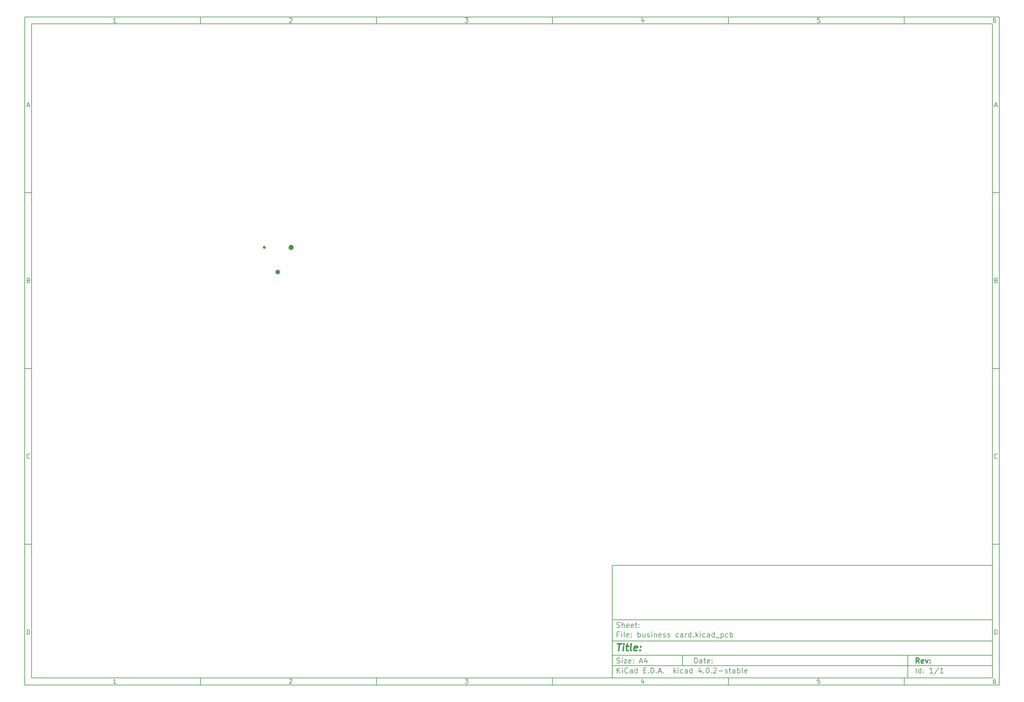
<source format=gbr>
G04 #@! TF.FileFunction,Glue,Bot*
%FSLAX46Y46*%
G04 Gerber Fmt 4.6, Leading zero omitted, Abs format (unit mm)*
G04 Created by KiCad (PCBNEW 4.0.2-stable) date Sunday, October 30, 2016 'PMt' 03:56:09 PM*
%MOMM*%
G01*
G04 APERTURE LIST*
%ADD10C,0.100000*%
%ADD11C,0.150000*%
%ADD12C,0.300000*%
%ADD13C,0.400000*%
%ADD14C,0.381000*%
G04 APERTURE END LIST*
D10*
D11*
X177002200Y-166007200D02*
X177002200Y-198007200D01*
X285002200Y-198007200D01*
X285002200Y-166007200D01*
X177002200Y-166007200D01*
D10*
D11*
X10000000Y-10000000D02*
X10000000Y-200007200D01*
X287002200Y-200007200D01*
X287002200Y-10000000D01*
X10000000Y-10000000D01*
D10*
D11*
X12000000Y-12000000D02*
X12000000Y-198007200D01*
X285002200Y-198007200D01*
X285002200Y-12000000D01*
X12000000Y-12000000D01*
D10*
D11*
X60000000Y-12000000D02*
X60000000Y-10000000D01*
D10*
D11*
X110000000Y-12000000D02*
X110000000Y-10000000D01*
D10*
D11*
X160000000Y-12000000D02*
X160000000Y-10000000D01*
D10*
D11*
X210000000Y-12000000D02*
X210000000Y-10000000D01*
D10*
D11*
X260000000Y-12000000D02*
X260000000Y-10000000D01*
D10*
D11*
X35990476Y-11588095D02*
X35247619Y-11588095D01*
X35619048Y-11588095D02*
X35619048Y-10288095D01*
X35495238Y-10473810D01*
X35371429Y-10597619D01*
X35247619Y-10659524D01*
D10*
D11*
X85247619Y-10411905D02*
X85309524Y-10350000D01*
X85433333Y-10288095D01*
X85742857Y-10288095D01*
X85866667Y-10350000D01*
X85928571Y-10411905D01*
X85990476Y-10535714D01*
X85990476Y-10659524D01*
X85928571Y-10845238D01*
X85185714Y-11588095D01*
X85990476Y-11588095D01*
D10*
D11*
X135185714Y-10288095D02*
X135990476Y-10288095D01*
X135557143Y-10783333D01*
X135742857Y-10783333D01*
X135866667Y-10845238D01*
X135928571Y-10907143D01*
X135990476Y-11030952D01*
X135990476Y-11340476D01*
X135928571Y-11464286D01*
X135866667Y-11526190D01*
X135742857Y-11588095D01*
X135371429Y-11588095D01*
X135247619Y-11526190D01*
X135185714Y-11464286D01*
D10*
D11*
X185866667Y-10721429D02*
X185866667Y-11588095D01*
X185557143Y-10226190D02*
X185247619Y-11154762D01*
X186052381Y-11154762D01*
D10*
D11*
X235928571Y-10288095D02*
X235309524Y-10288095D01*
X235247619Y-10907143D01*
X235309524Y-10845238D01*
X235433333Y-10783333D01*
X235742857Y-10783333D01*
X235866667Y-10845238D01*
X235928571Y-10907143D01*
X235990476Y-11030952D01*
X235990476Y-11340476D01*
X235928571Y-11464286D01*
X235866667Y-11526190D01*
X235742857Y-11588095D01*
X235433333Y-11588095D01*
X235309524Y-11526190D01*
X235247619Y-11464286D01*
D10*
D11*
X285866667Y-10288095D02*
X285619048Y-10288095D01*
X285495238Y-10350000D01*
X285433333Y-10411905D01*
X285309524Y-10597619D01*
X285247619Y-10845238D01*
X285247619Y-11340476D01*
X285309524Y-11464286D01*
X285371429Y-11526190D01*
X285495238Y-11588095D01*
X285742857Y-11588095D01*
X285866667Y-11526190D01*
X285928571Y-11464286D01*
X285990476Y-11340476D01*
X285990476Y-11030952D01*
X285928571Y-10907143D01*
X285866667Y-10845238D01*
X285742857Y-10783333D01*
X285495238Y-10783333D01*
X285371429Y-10845238D01*
X285309524Y-10907143D01*
X285247619Y-11030952D01*
D10*
D11*
X60000000Y-198007200D02*
X60000000Y-200007200D01*
D10*
D11*
X110000000Y-198007200D02*
X110000000Y-200007200D01*
D10*
D11*
X160000000Y-198007200D02*
X160000000Y-200007200D01*
D10*
D11*
X210000000Y-198007200D02*
X210000000Y-200007200D01*
D10*
D11*
X260000000Y-198007200D02*
X260000000Y-200007200D01*
D10*
D11*
X35990476Y-199595295D02*
X35247619Y-199595295D01*
X35619048Y-199595295D02*
X35619048Y-198295295D01*
X35495238Y-198481010D01*
X35371429Y-198604819D01*
X35247619Y-198666724D01*
D10*
D11*
X85247619Y-198419105D02*
X85309524Y-198357200D01*
X85433333Y-198295295D01*
X85742857Y-198295295D01*
X85866667Y-198357200D01*
X85928571Y-198419105D01*
X85990476Y-198542914D01*
X85990476Y-198666724D01*
X85928571Y-198852438D01*
X85185714Y-199595295D01*
X85990476Y-199595295D01*
D10*
D11*
X135185714Y-198295295D02*
X135990476Y-198295295D01*
X135557143Y-198790533D01*
X135742857Y-198790533D01*
X135866667Y-198852438D01*
X135928571Y-198914343D01*
X135990476Y-199038152D01*
X135990476Y-199347676D01*
X135928571Y-199471486D01*
X135866667Y-199533390D01*
X135742857Y-199595295D01*
X135371429Y-199595295D01*
X135247619Y-199533390D01*
X135185714Y-199471486D01*
D10*
D11*
X185866667Y-198728629D02*
X185866667Y-199595295D01*
X185557143Y-198233390D02*
X185247619Y-199161962D01*
X186052381Y-199161962D01*
D10*
D11*
X235928571Y-198295295D02*
X235309524Y-198295295D01*
X235247619Y-198914343D01*
X235309524Y-198852438D01*
X235433333Y-198790533D01*
X235742857Y-198790533D01*
X235866667Y-198852438D01*
X235928571Y-198914343D01*
X235990476Y-199038152D01*
X235990476Y-199347676D01*
X235928571Y-199471486D01*
X235866667Y-199533390D01*
X235742857Y-199595295D01*
X235433333Y-199595295D01*
X235309524Y-199533390D01*
X235247619Y-199471486D01*
D10*
D11*
X285866667Y-198295295D02*
X285619048Y-198295295D01*
X285495238Y-198357200D01*
X285433333Y-198419105D01*
X285309524Y-198604819D01*
X285247619Y-198852438D01*
X285247619Y-199347676D01*
X285309524Y-199471486D01*
X285371429Y-199533390D01*
X285495238Y-199595295D01*
X285742857Y-199595295D01*
X285866667Y-199533390D01*
X285928571Y-199471486D01*
X285990476Y-199347676D01*
X285990476Y-199038152D01*
X285928571Y-198914343D01*
X285866667Y-198852438D01*
X285742857Y-198790533D01*
X285495238Y-198790533D01*
X285371429Y-198852438D01*
X285309524Y-198914343D01*
X285247619Y-199038152D01*
D10*
D11*
X10000000Y-60000000D02*
X12000000Y-60000000D01*
D10*
D11*
X10000000Y-110000000D02*
X12000000Y-110000000D01*
D10*
D11*
X10000000Y-160000000D02*
X12000000Y-160000000D01*
D10*
D11*
X10690476Y-35216667D02*
X11309524Y-35216667D01*
X10566667Y-35588095D02*
X11000000Y-34288095D01*
X11433333Y-35588095D01*
D10*
D11*
X11092857Y-84907143D02*
X11278571Y-84969048D01*
X11340476Y-85030952D01*
X11402381Y-85154762D01*
X11402381Y-85340476D01*
X11340476Y-85464286D01*
X11278571Y-85526190D01*
X11154762Y-85588095D01*
X10659524Y-85588095D01*
X10659524Y-84288095D01*
X11092857Y-84288095D01*
X11216667Y-84350000D01*
X11278571Y-84411905D01*
X11340476Y-84535714D01*
X11340476Y-84659524D01*
X11278571Y-84783333D01*
X11216667Y-84845238D01*
X11092857Y-84907143D01*
X10659524Y-84907143D01*
D10*
D11*
X11402381Y-135464286D02*
X11340476Y-135526190D01*
X11154762Y-135588095D01*
X11030952Y-135588095D01*
X10845238Y-135526190D01*
X10721429Y-135402381D01*
X10659524Y-135278571D01*
X10597619Y-135030952D01*
X10597619Y-134845238D01*
X10659524Y-134597619D01*
X10721429Y-134473810D01*
X10845238Y-134350000D01*
X11030952Y-134288095D01*
X11154762Y-134288095D01*
X11340476Y-134350000D01*
X11402381Y-134411905D01*
D10*
D11*
X10659524Y-185588095D02*
X10659524Y-184288095D01*
X10969048Y-184288095D01*
X11154762Y-184350000D01*
X11278571Y-184473810D01*
X11340476Y-184597619D01*
X11402381Y-184845238D01*
X11402381Y-185030952D01*
X11340476Y-185278571D01*
X11278571Y-185402381D01*
X11154762Y-185526190D01*
X10969048Y-185588095D01*
X10659524Y-185588095D01*
D10*
D11*
X287002200Y-60000000D02*
X285002200Y-60000000D01*
D10*
D11*
X287002200Y-110000000D02*
X285002200Y-110000000D01*
D10*
D11*
X287002200Y-160000000D02*
X285002200Y-160000000D01*
D10*
D11*
X285692676Y-35216667D02*
X286311724Y-35216667D01*
X285568867Y-35588095D02*
X286002200Y-34288095D01*
X286435533Y-35588095D01*
D10*
D11*
X286095057Y-84907143D02*
X286280771Y-84969048D01*
X286342676Y-85030952D01*
X286404581Y-85154762D01*
X286404581Y-85340476D01*
X286342676Y-85464286D01*
X286280771Y-85526190D01*
X286156962Y-85588095D01*
X285661724Y-85588095D01*
X285661724Y-84288095D01*
X286095057Y-84288095D01*
X286218867Y-84350000D01*
X286280771Y-84411905D01*
X286342676Y-84535714D01*
X286342676Y-84659524D01*
X286280771Y-84783333D01*
X286218867Y-84845238D01*
X286095057Y-84907143D01*
X285661724Y-84907143D01*
D10*
D11*
X286404581Y-135464286D02*
X286342676Y-135526190D01*
X286156962Y-135588095D01*
X286033152Y-135588095D01*
X285847438Y-135526190D01*
X285723629Y-135402381D01*
X285661724Y-135278571D01*
X285599819Y-135030952D01*
X285599819Y-134845238D01*
X285661724Y-134597619D01*
X285723629Y-134473810D01*
X285847438Y-134350000D01*
X286033152Y-134288095D01*
X286156962Y-134288095D01*
X286342676Y-134350000D01*
X286404581Y-134411905D01*
D10*
D11*
X285661724Y-185588095D02*
X285661724Y-184288095D01*
X285971248Y-184288095D01*
X286156962Y-184350000D01*
X286280771Y-184473810D01*
X286342676Y-184597619D01*
X286404581Y-184845238D01*
X286404581Y-185030952D01*
X286342676Y-185278571D01*
X286280771Y-185402381D01*
X286156962Y-185526190D01*
X285971248Y-185588095D01*
X285661724Y-185588095D01*
D10*
D11*
X200359343Y-193785771D02*
X200359343Y-192285771D01*
X200716486Y-192285771D01*
X200930771Y-192357200D01*
X201073629Y-192500057D01*
X201145057Y-192642914D01*
X201216486Y-192928629D01*
X201216486Y-193142914D01*
X201145057Y-193428629D01*
X201073629Y-193571486D01*
X200930771Y-193714343D01*
X200716486Y-193785771D01*
X200359343Y-193785771D01*
X202502200Y-193785771D02*
X202502200Y-193000057D01*
X202430771Y-192857200D01*
X202287914Y-192785771D01*
X202002200Y-192785771D01*
X201859343Y-192857200D01*
X202502200Y-193714343D02*
X202359343Y-193785771D01*
X202002200Y-193785771D01*
X201859343Y-193714343D01*
X201787914Y-193571486D01*
X201787914Y-193428629D01*
X201859343Y-193285771D01*
X202002200Y-193214343D01*
X202359343Y-193214343D01*
X202502200Y-193142914D01*
X203002200Y-192785771D02*
X203573629Y-192785771D01*
X203216486Y-192285771D02*
X203216486Y-193571486D01*
X203287914Y-193714343D01*
X203430772Y-193785771D01*
X203573629Y-193785771D01*
X204645057Y-193714343D02*
X204502200Y-193785771D01*
X204216486Y-193785771D01*
X204073629Y-193714343D01*
X204002200Y-193571486D01*
X204002200Y-193000057D01*
X204073629Y-192857200D01*
X204216486Y-192785771D01*
X204502200Y-192785771D01*
X204645057Y-192857200D01*
X204716486Y-193000057D01*
X204716486Y-193142914D01*
X204002200Y-193285771D01*
X205359343Y-193642914D02*
X205430771Y-193714343D01*
X205359343Y-193785771D01*
X205287914Y-193714343D01*
X205359343Y-193642914D01*
X205359343Y-193785771D01*
X205359343Y-192857200D02*
X205430771Y-192928629D01*
X205359343Y-193000057D01*
X205287914Y-192928629D01*
X205359343Y-192857200D01*
X205359343Y-193000057D01*
D10*
D11*
X177002200Y-194507200D02*
X285002200Y-194507200D01*
D10*
D11*
X178359343Y-196585771D02*
X178359343Y-195085771D01*
X179216486Y-196585771D02*
X178573629Y-195728629D01*
X179216486Y-195085771D02*
X178359343Y-195942914D01*
X179859343Y-196585771D02*
X179859343Y-195585771D01*
X179859343Y-195085771D02*
X179787914Y-195157200D01*
X179859343Y-195228629D01*
X179930771Y-195157200D01*
X179859343Y-195085771D01*
X179859343Y-195228629D01*
X181430772Y-196442914D02*
X181359343Y-196514343D01*
X181145057Y-196585771D01*
X181002200Y-196585771D01*
X180787915Y-196514343D01*
X180645057Y-196371486D01*
X180573629Y-196228629D01*
X180502200Y-195942914D01*
X180502200Y-195728629D01*
X180573629Y-195442914D01*
X180645057Y-195300057D01*
X180787915Y-195157200D01*
X181002200Y-195085771D01*
X181145057Y-195085771D01*
X181359343Y-195157200D01*
X181430772Y-195228629D01*
X182716486Y-196585771D02*
X182716486Y-195800057D01*
X182645057Y-195657200D01*
X182502200Y-195585771D01*
X182216486Y-195585771D01*
X182073629Y-195657200D01*
X182716486Y-196514343D02*
X182573629Y-196585771D01*
X182216486Y-196585771D01*
X182073629Y-196514343D01*
X182002200Y-196371486D01*
X182002200Y-196228629D01*
X182073629Y-196085771D01*
X182216486Y-196014343D01*
X182573629Y-196014343D01*
X182716486Y-195942914D01*
X184073629Y-196585771D02*
X184073629Y-195085771D01*
X184073629Y-196514343D02*
X183930772Y-196585771D01*
X183645058Y-196585771D01*
X183502200Y-196514343D01*
X183430772Y-196442914D01*
X183359343Y-196300057D01*
X183359343Y-195871486D01*
X183430772Y-195728629D01*
X183502200Y-195657200D01*
X183645058Y-195585771D01*
X183930772Y-195585771D01*
X184073629Y-195657200D01*
X185930772Y-195800057D02*
X186430772Y-195800057D01*
X186645058Y-196585771D02*
X185930772Y-196585771D01*
X185930772Y-195085771D01*
X186645058Y-195085771D01*
X187287915Y-196442914D02*
X187359343Y-196514343D01*
X187287915Y-196585771D01*
X187216486Y-196514343D01*
X187287915Y-196442914D01*
X187287915Y-196585771D01*
X188002201Y-196585771D02*
X188002201Y-195085771D01*
X188359344Y-195085771D01*
X188573629Y-195157200D01*
X188716487Y-195300057D01*
X188787915Y-195442914D01*
X188859344Y-195728629D01*
X188859344Y-195942914D01*
X188787915Y-196228629D01*
X188716487Y-196371486D01*
X188573629Y-196514343D01*
X188359344Y-196585771D01*
X188002201Y-196585771D01*
X189502201Y-196442914D02*
X189573629Y-196514343D01*
X189502201Y-196585771D01*
X189430772Y-196514343D01*
X189502201Y-196442914D01*
X189502201Y-196585771D01*
X190145058Y-196157200D02*
X190859344Y-196157200D01*
X190002201Y-196585771D02*
X190502201Y-195085771D01*
X191002201Y-196585771D01*
X191502201Y-196442914D02*
X191573629Y-196514343D01*
X191502201Y-196585771D01*
X191430772Y-196514343D01*
X191502201Y-196442914D01*
X191502201Y-196585771D01*
X194502201Y-196585771D02*
X194502201Y-195085771D01*
X194645058Y-196014343D02*
X195073629Y-196585771D01*
X195073629Y-195585771D02*
X194502201Y-196157200D01*
X195716487Y-196585771D02*
X195716487Y-195585771D01*
X195716487Y-195085771D02*
X195645058Y-195157200D01*
X195716487Y-195228629D01*
X195787915Y-195157200D01*
X195716487Y-195085771D01*
X195716487Y-195228629D01*
X197073630Y-196514343D02*
X196930773Y-196585771D01*
X196645059Y-196585771D01*
X196502201Y-196514343D01*
X196430773Y-196442914D01*
X196359344Y-196300057D01*
X196359344Y-195871486D01*
X196430773Y-195728629D01*
X196502201Y-195657200D01*
X196645059Y-195585771D01*
X196930773Y-195585771D01*
X197073630Y-195657200D01*
X198359344Y-196585771D02*
X198359344Y-195800057D01*
X198287915Y-195657200D01*
X198145058Y-195585771D01*
X197859344Y-195585771D01*
X197716487Y-195657200D01*
X198359344Y-196514343D02*
X198216487Y-196585771D01*
X197859344Y-196585771D01*
X197716487Y-196514343D01*
X197645058Y-196371486D01*
X197645058Y-196228629D01*
X197716487Y-196085771D01*
X197859344Y-196014343D01*
X198216487Y-196014343D01*
X198359344Y-195942914D01*
X199716487Y-196585771D02*
X199716487Y-195085771D01*
X199716487Y-196514343D02*
X199573630Y-196585771D01*
X199287916Y-196585771D01*
X199145058Y-196514343D01*
X199073630Y-196442914D01*
X199002201Y-196300057D01*
X199002201Y-195871486D01*
X199073630Y-195728629D01*
X199145058Y-195657200D01*
X199287916Y-195585771D01*
X199573630Y-195585771D01*
X199716487Y-195657200D01*
X202216487Y-195585771D02*
X202216487Y-196585771D01*
X201859344Y-195014343D02*
X201502201Y-196085771D01*
X202430773Y-196085771D01*
X203002201Y-196442914D02*
X203073629Y-196514343D01*
X203002201Y-196585771D01*
X202930772Y-196514343D01*
X203002201Y-196442914D01*
X203002201Y-196585771D01*
X204002201Y-195085771D02*
X204145058Y-195085771D01*
X204287915Y-195157200D01*
X204359344Y-195228629D01*
X204430773Y-195371486D01*
X204502201Y-195657200D01*
X204502201Y-196014343D01*
X204430773Y-196300057D01*
X204359344Y-196442914D01*
X204287915Y-196514343D01*
X204145058Y-196585771D01*
X204002201Y-196585771D01*
X203859344Y-196514343D01*
X203787915Y-196442914D01*
X203716487Y-196300057D01*
X203645058Y-196014343D01*
X203645058Y-195657200D01*
X203716487Y-195371486D01*
X203787915Y-195228629D01*
X203859344Y-195157200D01*
X204002201Y-195085771D01*
X205145058Y-196442914D02*
X205216486Y-196514343D01*
X205145058Y-196585771D01*
X205073629Y-196514343D01*
X205145058Y-196442914D01*
X205145058Y-196585771D01*
X205787915Y-195228629D02*
X205859344Y-195157200D01*
X206002201Y-195085771D01*
X206359344Y-195085771D01*
X206502201Y-195157200D01*
X206573630Y-195228629D01*
X206645058Y-195371486D01*
X206645058Y-195514343D01*
X206573630Y-195728629D01*
X205716487Y-196585771D01*
X206645058Y-196585771D01*
X207287915Y-196014343D02*
X208430772Y-196014343D01*
X209073629Y-196514343D02*
X209216486Y-196585771D01*
X209502201Y-196585771D01*
X209645058Y-196514343D01*
X209716486Y-196371486D01*
X209716486Y-196300057D01*
X209645058Y-196157200D01*
X209502201Y-196085771D01*
X209287915Y-196085771D01*
X209145058Y-196014343D01*
X209073629Y-195871486D01*
X209073629Y-195800057D01*
X209145058Y-195657200D01*
X209287915Y-195585771D01*
X209502201Y-195585771D01*
X209645058Y-195657200D01*
X210145058Y-195585771D02*
X210716487Y-195585771D01*
X210359344Y-195085771D02*
X210359344Y-196371486D01*
X210430772Y-196514343D01*
X210573630Y-196585771D01*
X210716487Y-196585771D01*
X211859344Y-196585771D02*
X211859344Y-195800057D01*
X211787915Y-195657200D01*
X211645058Y-195585771D01*
X211359344Y-195585771D01*
X211216487Y-195657200D01*
X211859344Y-196514343D02*
X211716487Y-196585771D01*
X211359344Y-196585771D01*
X211216487Y-196514343D01*
X211145058Y-196371486D01*
X211145058Y-196228629D01*
X211216487Y-196085771D01*
X211359344Y-196014343D01*
X211716487Y-196014343D01*
X211859344Y-195942914D01*
X212573630Y-196585771D02*
X212573630Y-195085771D01*
X212573630Y-195657200D02*
X212716487Y-195585771D01*
X213002201Y-195585771D01*
X213145058Y-195657200D01*
X213216487Y-195728629D01*
X213287916Y-195871486D01*
X213287916Y-196300057D01*
X213216487Y-196442914D01*
X213145058Y-196514343D01*
X213002201Y-196585771D01*
X212716487Y-196585771D01*
X212573630Y-196514343D01*
X214145059Y-196585771D02*
X214002201Y-196514343D01*
X213930773Y-196371486D01*
X213930773Y-195085771D01*
X215287915Y-196514343D02*
X215145058Y-196585771D01*
X214859344Y-196585771D01*
X214716487Y-196514343D01*
X214645058Y-196371486D01*
X214645058Y-195800057D01*
X214716487Y-195657200D01*
X214859344Y-195585771D01*
X215145058Y-195585771D01*
X215287915Y-195657200D01*
X215359344Y-195800057D01*
X215359344Y-195942914D01*
X214645058Y-196085771D01*
D10*
D11*
X177002200Y-191507200D02*
X285002200Y-191507200D01*
D10*
D12*
X264216486Y-193785771D02*
X263716486Y-193071486D01*
X263359343Y-193785771D02*
X263359343Y-192285771D01*
X263930771Y-192285771D01*
X264073629Y-192357200D01*
X264145057Y-192428629D01*
X264216486Y-192571486D01*
X264216486Y-192785771D01*
X264145057Y-192928629D01*
X264073629Y-193000057D01*
X263930771Y-193071486D01*
X263359343Y-193071486D01*
X265430771Y-193714343D02*
X265287914Y-193785771D01*
X265002200Y-193785771D01*
X264859343Y-193714343D01*
X264787914Y-193571486D01*
X264787914Y-193000057D01*
X264859343Y-192857200D01*
X265002200Y-192785771D01*
X265287914Y-192785771D01*
X265430771Y-192857200D01*
X265502200Y-193000057D01*
X265502200Y-193142914D01*
X264787914Y-193285771D01*
X266002200Y-192785771D02*
X266359343Y-193785771D01*
X266716485Y-192785771D01*
X267287914Y-193642914D02*
X267359342Y-193714343D01*
X267287914Y-193785771D01*
X267216485Y-193714343D01*
X267287914Y-193642914D01*
X267287914Y-193785771D01*
X267287914Y-192857200D02*
X267359342Y-192928629D01*
X267287914Y-193000057D01*
X267216485Y-192928629D01*
X267287914Y-192857200D01*
X267287914Y-193000057D01*
D10*
D11*
X178287914Y-193714343D02*
X178502200Y-193785771D01*
X178859343Y-193785771D01*
X179002200Y-193714343D01*
X179073629Y-193642914D01*
X179145057Y-193500057D01*
X179145057Y-193357200D01*
X179073629Y-193214343D01*
X179002200Y-193142914D01*
X178859343Y-193071486D01*
X178573629Y-193000057D01*
X178430771Y-192928629D01*
X178359343Y-192857200D01*
X178287914Y-192714343D01*
X178287914Y-192571486D01*
X178359343Y-192428629D01*
X178430771Y-192357200D01*
X178573629Y-192285771D01*
X178930771Y-192285771D01*
X179145057Y-192357200D01*
X179787914Y-193785771D02*
X179787914Y-192785771D01*
X179787914Y-192285771D02*
X179716485Y-192357200D01*
X179787914Y-192428629D01*
X179859342Y-192357200D01*
X179787914Y-192285771D01*
X179787914Y-192428629D01*
X180359343Y-192785771D02*
X181145057Y-192785771D01*
X180359343Y-193785771D01*
X181145057Y-193785771D01*
X182287914Y-193714343D02*
X182145057Y-193785771D01*
X181859343Y-193785771D01*
X181716486Y-193714343D01*
X181645057Y-193571486D01*
X181645057Y-193000057D01*
X181716486Y-192857200D01*
X181859343Y-192785771D01*
X182145057Y-192785771D01*
X182287914Y-192857200D01*
X182359343Y-193000057D01*
X182359343Y-193142914D01*
X181645057Y-193285771D01*
X183002200Y-193642914D02*
X183073628Y-193714343D01*
X183002200Y-193785771D01*
X182930771Y-193714343D01*
X183002200Y-193642914D01*
X183002200Y-193785771D01*
X183002200Y-192857200D02*
X183073628Y-192928629D01*
X183002200Y-193000057D01*
X182930771Y-192928629D01*
X183002200Y-192857200D01*
X183002200Y-193000057D01*
X184787914Y-193357200D02*
X185502200Y-193357200D01*
X184645057Y-193785771D02*
X185145057Y-192285771D01*
X185645057Y-193785771D01*
X186787914Y-192785771D02*
X186787914Y-193785771D01*
X186430771Y-192214343D02*
X186073628Y-193285771D01*
X187002200Y-193285771D01*
D10*
D11*
X263359343Y-196585771D02*
X263359343Y-195085771D01*
X264716486Y-196585771D02*
X264716486Y-195085771D01*
X264716486Y-196514343D02*
X264573629Y-196585771D01*
X264287915Y-196585771D01*
X264145057Y-196514343D01*
X264073629Y-196442914D01*
X264002200Y-196300057D01*
X264002200Y-195871486D01*
X264073629Y-195728629D01*
X264145057Y-195657200D01*
X264287915Y-195585771D01*
X264573629Y-195585771D01*
X264716486Y-195657200D01*
X265430772Y-196442914D02*
X265502200Y-196514343D01*
X265430772Y-196585771D01*
X265359343Y-196514343D01*
X265430772Y-196442914D01*
X265430772Y-196585771D01*
X265430772Y-195657200D02*
X265502200Y-195728629D01*
X265430772Y-195800057D01*
X265359343Y-195728629D01*
X265430772Y-195657200D01*
X265430772Y-195800057D01*
X268073629Y-196585771D02*
X267216486Y-196585771D01*
X267645058Y-196585771D02*
X267645058Y-195085771D01*
X267502201Y-195300057D01*
X267359343Y-195442914D01*
X267216486Y-195514343D01*
X269787914Y-195014343D02*
X268502200Y-196942914D01*
X271073629Y-196585771D02*
X270216486Y-196585771D01*
X270645058Y-196585771D02*
X270645058Y-195085771D01*
X270502201Y-195300057D01*
X270359343Y-195442914D01*
X270216486Y-195514343D01*
D10*
D11*
X177002200Y-187507200D02*
X285002200Y-187507200D01*
D10*
D13*
X178454581Y-188211962D02*
X179597438Y-188211962D01*
X178776010Y-190211962D02*
X179026010Y-188211962D01*
X180014105Y-190211962D02*
X180180771Y-188878629D01*
X180264105Y-188211962D02*
X180156962Y-188307200D01*
X180240295Y-188402438D01*
X180347439Y-188307200D01*
X180264105Y-188211962D01*
X180240295Y-188402438D01*
X180847438Y-188878629D02*
X181609343Y-188878629D01*
X181216486Y-188211962D02*
X181002200Y-189926248D01*
X181073630Y-190116724D01*
X181252201Y-190211962D01*
X181442677Y-190211962D01*
X182395058Y-190211962D02*
X182216487Y-190116724D01*
X182145057Y-189926248D01*
X182359343Y-188211962D01*
X183930772Y-190116724D02*
X183728391Y-190211962D01*
X183347439Y-190211962D01*
X183168867Y-190116724D01*
X183097438Y-189926248D01*
X183192676Y-189164343D01*
X183311724Y-188973867D01*
X183514105Y-188878629D01*
X183895057Y-188878629D01*
X184073629Y-188973867D01*
X184145057Y-189164343D01*
X184121248Y-189354819D01*
X183145057Y-189545295D01*
X184895057Y-190021486D02*
X184978392Y-190116724D01*
X184871248Y-190211962D01*
X184787915Y-190116724D01*
X184895057Y-190021486D01*
X184871248Y-190211962D01*
X185026010Y-188973867D02*
X185109344Y-189069105D01*
X185002200Y-189164343D01*
X184918867Y-189069105D01*
X185026010Y-188973867D01*
X185002200Y-189164343D01*
D10*
D11*
X178859343Y-185600057D02*
X178359343Y-185600057D01*
X178359343Y-186385771D02*
X178359343Y-184885771D01*
X179073629Y-184885771D01*
X179645057Y-186385771D02*
X179645057Y-185385771D01*
X179645057Y-184885771D02*
X179573628Y-184957200D01*
X179645057Y-185028629D01*
X179716485Y-184957200D01*
X179645057Y-184885771D01*
X179645057Y-185028629D01*
X180573629Y-186385771D02*
X180430771Y-186314343D01*
X180359343Y-186171486D01*
X180359343Y-184885771D01*
X181716485Y-186314343D02*
X181573628Y-186385771D01*
X181287914Y-186385771D01*
X181145057Y-186314343D01*
X181073628Y-186171486D01*
X181073628Y-185600057D01*
X181145057Y-185457200D01*
X181287914Y-185385771D01*
X181573628Y-185385771D01*
X181716485Y-185457200D01*
X181787914Y-185600057D01*
X181787914Y-185742914D01*
X181073628Y-185885771D01*
X182430771Y-186242914D02*
X182502199Y-186314343D01*
X182430771Y-186385771D01*
X182359342Y-186314343D01*
X182430771Y-186242914D01*
X182430771Y-186385771D01*
X182430771Y-185457200D02*
X182502199Y-185528629D01*
X182430771Y-185600057D01*
X182359342Y-185528629D01*
X182430771Y-185457200D01*
X182430771Y-185600057D01*
X184287914Y-186385771D02*
X184287914Y-184885771D01*
X184287914Y-185457200D02*
X184430771Y-185385771D01*
X184716485Y-185385771D01*
X184859342Y-185457200D01*
X184930771Y-185528629D01*
X185002200Y-185671486D01*
X185002200Y-186100057D01*
X184930771Y-186242914D01*
X184859342Y-186314343D01*
X184716485Y-186385771D01*
X184430771Y-186385771D01*
X184287914Y-186314343D01*
X186287914Y-185385771D02*
X186287914Y-186385771D01*
X185645057Y-185385771D02*
X185645057Y-186171486D01*
X185716485Y-186314343D01*
X185859343Y-186385771D01*
X186073628Y-186385771D01*
X186216485Y-186314343D01*
X186287914Y-186242914D01*
X186930771Y-186314343D02*
X187073628Y-186385771D01*
X187359343Y-186385771D01*
X187502200Y-186314343D01*
X187573628Y-186171486D01*
X187573628Y-186100057D01*
X187502200Y-185957200D01*
X187359343Y-185885771D01*
X187145057Y-185885771D01*
X187002200Y-185814343D01*
X186930771Y-185671486D01*
X186930771Y-185600057D01*
X187002200Y-185457200D01*
X187145057Y-185385771D01*
X187359343Y-185385771D01*
X187502200Y-185457200D01*
X188216486Y-186385771D02*
X188216486Y-185385771D01*
X188216486Y-184885771D02*
X188145057Y-184957200D01*
X188216486Y-185028629D01*
X188287914Y-184957200D01*
X188216486Y-184885771D01*
X188216486Y-185028629D01*
X188930772Y-185385771D02*
X188930772Y-186385771D01*
X188930772Y-185528629D02*
X189002200Y-185457200D01*
X189145058Y-185385771D01*
X189359343Y-185385771D01*
X189502200Y-185457200D01*
X189573629Y-185600057D01*
X189573629Y-186385771D01*
X190859343Y-186314343D02*
X190716486Y-186385771D01*
X190430772Y-186385771D01*
X190287915Y-186314343D01*
X190216486Y-186171486D01*
X190216486Y-185600057D01*
X190287915Y-185457200D01*
X190430772Y-185385771D01*
X190716486Y-185385771D01*
X190859343Y-185457200D01*
X190930772Y-185600057D01*
X190930772Y-185742914D01*
X190216486Y-185885771D01*
X191502200Y-186314343D02*
X191645057Y-186385771D01*
X191930772Y-186385771D01*
X192073629Y-186314343D01*
X192145057Y-186171486D01*
X192145057Y-186100057D01*
X192073629Y-185957200D01*
X191930772Y-185885771D01*
X191716486Y-185885771D01*
X191573629Y-185814343D01*
X191502200Y-185671486D01*
X191502200Y-185600057D01*
X191573629Y-185457200D01*
X191716486Y-185385771D01*
X191930772Y-185385771D01*
X192073629Y-185457200D01*
X192716486Y-186314343D02*
X192859343Y-186385771D01*
X193145058Y-186385771D01*
X193287915Y-186314343D01*
X193359343Y-186171486D01*
X193359343Y-186100057D01*
X193287915Y-185957200D01*
X193145058Y-185885771D01*
X192930772Y-185885771D01*
X192787915Y-185814343D01*
X192716486Y-185671486D01*
X192716486Y-185600057D01*
X192787915Y-185457200D01*
X192930772Y-185385771D01*
X193145058Y-185385771D01*
X193287915Y-185457200D01*
X195787915Y-186314343D02*
X195645058Y-186385771D01*
X195359344Y-186385771D01*
X195216486Y-186314343D01*
X195145058Y-186242914D01*
X195073629Y-186100057D01*
X195073629Y-185671486D01*
X195145058Y-185528629D01*
X195216486Y-185457200D01*
X195359344Y-185385771D01*
X195645058Y-185385771D01*
X195787915Y-185457200D01*
X197073629Y-186385771D02*
X197073629Y-185600057D01*
X197002200Y-185457200D01*
X196859343Y-185385771D01*
X196573629Y-185385771D01*
X196430772Y-185457200D01*
X197073629Y-186314343D02*
X196930772Y-186385771D01*
X196573629Y-186385771D01*
X196430772Y-186314343D01*
X196359343Y-186171486D01*
X196359343Y-186028629D01*
X196430772Y-185885771D01*
X196573629Y-185814343D01*
X196930772Y-185814343D01*
X197073629Y-185742914D01*
X197787915Y-186385771D02*
X197787915Y-185385771D01*
X197787915Y-185671486D02*
X197859343Y-185528629D01*
X197930772Y-185457200D01*
X198073629Y-185385771D01*
X198216486Y-185385771D01*
X199359343Y-186385771D02*
X199359343Y-184885771D01*
X199359343Y-186314343D02*
X199216486Y-186385771D01*
X198930772Y-186385771D01*
X198787914Y-186314343D01*
X198716486Y-186242914D01*
X198645057Y-186100057D01*
X198645057Y-185671486D01*
X198716486Y-185528629D01*
X198787914Y-185457200D01*
X198930772Y-185385771D01*
X199216486Y-185385771D01*
X199359343Y-185457200D01*
X200073629Y-186242914D02*
X200145057Y-186314343D01*
X200073629Y-186385771D01*
X200002200Y-186314343D01*
X200073629Y-186242914D01*
X200073629Y-186385771D01*
X200787915Y-186385771D02*
X200787915Y-184885771D01*
X200930772Y-185814343D02*
X201359343Y-186385771D01*
X201359343Y-185385771D02*
X200787915Y-185957200D01*
X202002201Y-186385771D02*
X202002201Y-185385771D01*
X202002201Y-184885771D02*
X201930772Y-184957200D01*
X202002201Y-185028629D01*
X202073629Y-184957200D01*
X202002201Y-184885771D01*
X202002201Y-185028629D01*
X203359344Y-186314343D02*
X203216487Y-186385771D01*
X202930773Y-186385771D01*
X202787915Y-186314343D01*
X202716487Y-186242914D01*
X202645058Y-186100057D01*
X202645058Y-185671486D01*
X202716487Y-185528629D01*
X202787915Y-185457200D01*
X202930773Y-185385771D01*
X203216487Y-185385771D01*
X203359344Y-185457200D01*
X204645058Y-186385771D02*
X204645058Y-185600057D01*
X204573629Y-185457200D01*
X204430772Y-185385771D01*
X204145058Y-185385771D01*
X204002201Y-185457200D01*
X204645058Y-186314343D02*
X204502201Y-186385771D01*
X204145058Y-186385771D01*
X204002201Y-186314343D01*
X203930772Y-186171486D01*
X203930772Y-186028629D01*
X204002201Y-185885771D01*
X204145058Y-185814343D01*
X204502201Y-185814343D01*
X204645058Y-185742914D01*
X206002201Y-186385771D02*
X206002201Y-184885771D01*
X206002201Y-186314343D02*
X205859344Y-186385771D01*
X205573630Y-186385771D01*
X205430772Y-186314343D01*
X205359344Y-186242914D01*
X205287915Y-186100057D01*
X205287915Y-185671486D01*
X205359344Y-185528629D01*
X205430772Y-185457200D01*
X205573630Y-185385771D01*
X205859344Y-185385771D01*
X206002201Y-185457200D01*
X206359344Y-186528629D02*
X207502201Y-186528629D01*
X207859344Y-185385771D02*
X207859344Y-186885771D01*
X207859344Y-185457200D02*
X208002201Y-185385771D01*
X208287915Y-185385771D01*
X208430772Y-185457200D01*
X208502201Y-185528629D01*
X208573630Y-185671486D01*
X208573630Y-186100057D01*
X208502201Y-186242914D01*
X208430772Y-186314343D01*
X208287915Y-186385771D01*
X208002201Y-186385771D01*
X207859344Y-186314343D01*
X209859344Y-186314343D02*
X209716487Y-186385771D01*
X209430773Y-186385771D01*
X209287915Y-186314343D01*
X209216487Y-186242914D01*
X209145058Y-186100057D01*
X209145058Y-185671486D01*
X209216487Y-185528629D01*
X209287915Y-185457200D01*
X209430773Y-185385771D01*
X209716487Y-185385771D01*
X209859344Y-185457200D01*
X210502201Y-186385771D02*
X210502201Y-184885771D01*
X210502201Y-185457200D02*
X210645058Y-185385771D01*
X210930772Y-185385771D01*
X211073629Y-185457200D01*
X211145058Y-185528629D01*
X211216487Y-185671486D01*
X211216487Y-186100057D01*
X211145058Y-186242914D01*
X211073629Y-186314343D01*
X210930772Y-186385771D01*
X210645058Y-186385771D01*
X210502201Y-186314343D01*
D10*
D11*
X177002200Y-181507200D02*
X285002200Y-181507200D01*
D10*
D11*
X178287914Y-183614343D02*
X178502200Y-183685771D01*
X178859343Y-183685771D01*
X179002200Y-183614343D01*
X179073629Y-183542914D01*
X179145057Y-183400057D01*
X179145057Y-183257200D01*
X179073629Y-183114343D01*
X179002200Y-183042914D01*
X178859343Y-182971486D01*
X178573629Y-182900057D01*
X178430771Y-182828629D01*
X178359343Y-182757200D01*
X178287914Y-182614343D01*
X178287914Y-182471486D01*
X178359343Y-182328629D01*
X178430771Y-182257200D01*
X178573629Y-182185771D01*
X178930771Y-182185771D01*
X179145057Y-182257200D01*
X179787914Y-183685771D02*
X179787914Y-182185771D01*
X180430771Y-183685771D02*
X180430771Y-182900057D01*
X180359342Y-182757200D01*
X180216485Y-182685771D01*
X180002200Y-182685771D01*
X179859342Y-182757200D01*
X179787914Y-182828629D01*
X181716485Y-183614343D02*
X181573628Y-183685771D01*
X181287914Y-183685771D01*
X181145057Y-183614343D01*
X181073628Y-183471486D01*
X181073628Y-182900057D01*
X181145057Y-182757200D01*
X181287914Y-182685771D01*
X181573628Y-182685771D01*
X181716485Y-182757200D01*
X181787914Y-182900057D01*
X181787914Y-183042914D01*
X181073628Y-183185771D01*
X183002199Y-183614343D02*
X182859342Y-183685771D01*
X182573628Y-183685771D01*
X182430771Y-183614343D01*
X182359342Y-183471486D01*
X182359342Y-182900057D01*
X182430771Y-182757200D01*
X182573628Y-182685771D01*
X182859342Y-182685771D01*
X183002199Y-182757200D01*
X183073628Y-182900057D01*
X183073628Y-183042914D01*
X182359342Y-183185771D01*
X183502199Y-182685771D02*
X184073628Y-182685771D01*
X183716485Y-182185771D02*
X183716485Y-183471486D01*
X183787913Y-183614343D01*
X183930771Y-183685771D01*
X184073628Y-183685771D01*
X184573628Y-183542914D02*
X184645056Y-183614343D01*
X184573628Y-183685771D01*
X184502199Y-183614343D01*
X184573628Y-183542914D01*
X184573628Y-183685771D01*
X184573628Y-182757200D02*
X184645056Y-182828629D01*
X184573628Y-182900057D01*
X184502199Y-182828629D01*
X184573628Y-182757200D01*
X184573628Y-182900057D01*
D10*
D11*
X197002200Y-191507200D02*
X197002200Y-194507200D01*
D10*
D11*
X261002200Y-191507200D02*
X261002200Y-198007200D01*
D14*
X78311991Y-75565000D02*
G75*
G03X78311991Y-75565000I-206991J0D01*
G01*
X82375364Y-82550000D02*
G75*
G03X82375364Y-82550000I-460364J0D01*
G01*
X82138780Y-82550000D02*
G75*
G03X82138780Y-82550000I-223780J0D01*
G01*
X86276180Y-75565000D02*
G75*
G03X86276180Y-75565000I-551180J0D01*
G01*
X85925660Y-75565000D02*
G75*
G03X85925660Y-75565000I-200660J0D01*
G01*
M02*

</source>
